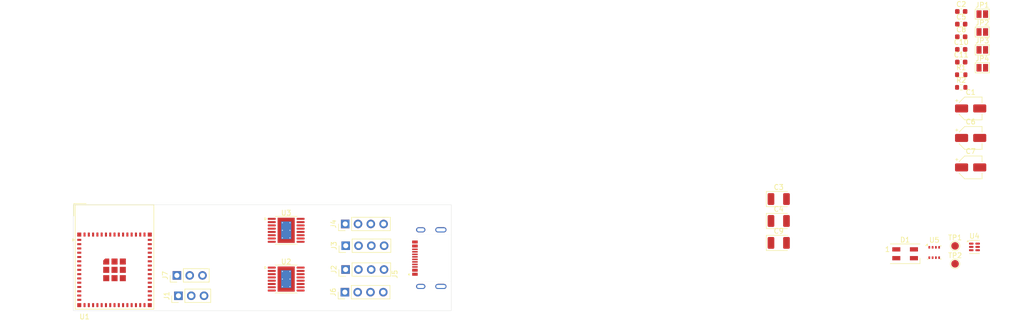
<source format=kicad_pcb>
(kicad_pcb
	(version 20240108)
	(generator "pcbnew")
	(generator_version "8.0")
	(general
		(thickness 1.6)
		(legacy_teardrops no)
	)
	(paper "A4")
	(layers
		(0 "F.Cu" signal)
		(31 "B.Cu" signal)
		(32 "B.Adhes" user "B.Adhesive")
		(33 "F.Adhes" user "F.Adhesive")
		(34 "B.Paste" user)
		(35 "F.Paste" user)
		(36 "B.SilkS" user "B.Silkscreen")
		(37 "F.SilkS" user "F.Silkscreen")
		(38 "B.Mask" user)
		(39 "F.Mask" user)
		(40 "Dwgs.User" user "User.Drawings")
		(41 "Cmts.User" user "User.Comments")
		(42 "Eco1.User" user "User.Eco1")
		(43 "Eco2.User" user "User.Eco2")
		(44 "Edge.Cuts" user)
		(45 "Margin" user)
		(46 "B.CrtYd" user "B.Courtyard")
		(47 "F.CrtYd" user "F.Courtyard")
		(48 "B.Fab" user)
		(49 "F.Fab" user)
		(50 "User.1" user)
		(51 "User.2" user)
		(52 "User.3" user)
		(53 "User.4" user)
		(54 "User.5" user)
		(55 "User.6" user)
		(56 "User.7" user)
		(57 "User.8" user)
		(58 "User.9" user)
	)
	(setup
		(pad_to_mask_clearance 0)
		(allow_soldermask_bridges_in_footprints no)
		(pcbplotparams
			(layerselection 0x00010fc_ffffffff)
			(plot_on_all_layers_selection 0x0000000_00000000)
			(disableapertmacros no)
			(usegerberextensions no)
			(usegerberattributes yes)
			(usegerberadvancedattributes yes)
			(creategerberjobfile yes)
			(dashed_line_dash_ratio 12.000000)
			(dashed_line_gap_ratio 3.000000)
			(svgprecision 4)
			(plotframeref no)
			(viasonmask no)
			(mode 1)
			(useauxorigin no)
			(hpglpennumber 1)
			(hpglpenspeed 20)
			(hpglpendiameter 15.000000)
			(pdf_front_fp_property_popups yes)
			(pdf_back_fp_property_popups yes)
			(dxfpolygonmode yes)
			(dxfimperialunits yes)
			(dxfusepcbnewfont yes)
			(psnegative no)
			(psa4output no)
			(plotreference yes)
			(plotvalue yes)
			(plotfptext yes)
			(plotinvisibletext no)
			(sketchpadsonfab no)
			(subtractmaskfromsilk no)
			(outputformat 1)
			(mirror no)
			(drillshape 1)
			(scaleselection 1)
			(outputdirectory "")
		)
	)
	(net 0 "")
	(net 1 "+5V")
	(net 2 "GND")
	(net 3 "Net-(U2-VCP)")
	(net 4 "Net-(U2-VINT)")
	(net 5 "Net-(U3-VINT)")
	(net 6 "Net-(U3-VCP)")
	(net 7 "+3V3")
	(net 8 "unconnected-(D1-DOUT-Pad1)")
	(net 9 "/LED_DATA")
	(net 10 "/END_1A")
	(net 11 "/END_1B")
	(net 12 "/3V3")
	(net 13 "/ENC_1B")
	(net 14 "/ENC_1A")
	(net 15 "/MOT2_OUT_2A")
	(net 16 "/MOT2_OUT_1B")
	(net 17 "/MOT2_OUT_2B")
	(net 18 "/MOT2_OUT_1A")
	(net 19 "/ENC_2B")
	(net 20 "/ENC_2A")
	(net 21 "Net-(J5-CC1)")
	(net 22 "/USB_N")
	(net 23 "/USB_P")
	(net 24 "Net-(J5-CC2)")
	(net 25 "/MOT1_OUT_1B")
	(net 26 "/MOT1_OUT_1A")
	(net 27 "/MOT1_OUT_2A")
	(net 28 "/MOT1_OUT_2B")
	(net 29 "/END_2A")
	(net 30 "/END_2B")
	(net 31 "/MOT1_CTLA1")
	(net 32 "/MOT1_CTLB1")
	(net 33 "/MOT1_CTLB2")
	(net 34 "/MOT1_CTLA2")
	(net 35 "/MOT2_CTLB1")
	(net 36 "/MOT2_CTLA1")
	(net 37 "/MOT2_CTLA2")
	(net 38 "/MOT2_CTLB2")
	(net 39 "Net-(U1-TXD0)")
	(net 40 "Net-(U1-RXD0)")
	(net 41 "unconnected-(U1-IO36-Pad32)")
	(net 42 "/SDA")
	(net 43 "unconnected-(U1-IO26-Pad26)")
	(net 44 "unconnected-(U1-IO40-Pad36)")
	(net 45 "unconnected-(U1-IO33-Pad28)")
	(net 46 "unconnected-(U1-IO45-Pad41)")
	(net 47 "/SCL")
	(net 48 "unconnected-(U1-IO35-Pad31)")
	(net 49 "unconnected-(U1-IO41-Pad37)")
	(net 50 "unconnected-(U1-IO48-Pad30)")
	(net 51 "unconnected-(U1-IO0-Pad4)")
	(net 52 "unconnected-(U1-IO34-Pad29)")
	(net 53 "unconnected-(U1-IO1-Pad5)")
	(net 54 "unconnected-(U1-IO39-Pad35)")
	(net 55 "unconnected-(U1-IO38-Pad34)")
	(net 56 "unconnected-(U1-IO47-Pad27)")
	(net 57 "unconnected-(U1-IO42-Pad38)")
	(net 58 "unconnected-(U1-IO37-Pad33)")
	(net 59 "unconnected-(U1-IO46-Pad44)")
	(net 60 "unconnected-(U2-~{FAULT}-Pad8)")
	(net 61 "unconnected-(U3-~{FAULT}-Pad8)")
	(net 62 "unconnected-(U4-INT-Pad2)")
	(net 63 "unconnected-(U4-NC-Pad4)")
	(net 64 "unconnected-(U5-SDO-Pad5)")
	(net 65 "unconnected-(J5-SBU1-PadA8)")
	(net 66 "unconnected-(J5-SBU2-PadB8)")
	(footprint "TestPoint:TestPoint_Pad_D1.5mm" (layer "F.Cu") (at 251.3463 75.6294))
	(footprint "Capacitor_SMD:C_0603_1608Metric" (layer "F.Cu") (at 252.5663 34.1294))
	(footprint "Capacitor_SMD:C_0603_1608Metric" (layer "F.Cu") (at 252.5663 36.6394))
	(footprint "Capacitor_Tantalum_SMD:CP_EIA-3528-21_Kemet-B" (layer "F.Cu") (at 216.3513 75.0294))
	(footprint "Jumper:SolderJumper-2_P1.3mm_Open_Pad1.0x1.5mm" (layer "F.Cu") (at 256.7463 33.1794))
	(footprint "Capacitor_SMD:C_0603_1608Metric" (layer "F.Cu") (at 252.5663 31.6194))
	(footprint "Connector_PinHeader_2.54mm:PinHeader_1x04_P2.54mm_Vertical" (layer "F.Cu") (at 130.429 75.5904 90))
	(footprint "OptoDevice:AMS_TSL25911FN" (layer "F.Cu") (at 255.1913 75.8294))
	(footprint "Capacitor_SMD:CP_Elec_4x5.4" (layer "F.Cu") (at 254.4363 54.1994))
	(footprint "Resistor_SMD:R_0603_1608Metric" (layer "F.Cu") (at 252.5663 44.1694))
	(footprint "Connector_PinHeader_2.54mm:PinHeader_1x04_P2.54mm_Vertical" (layer "F.Cu") (at 130.2612 84.8106 90))
	(footprint "Jumper:SolderJumper-2_P1.3mm_Open_Pad1.0x1.5mm" (layer "F.Cu") (at 256.7463 40.2794))
	(footprint "Capacitor_SMD:C_0603_1608Metric" (layer "F.Cu") (at 252.5663 39.1494))
	(footprint "Connector_PinHeader_2.54mm:PinHeader_1x04_P2.54mm_Vertical" (layer "F.Cu") (at 130.3274 71.2724 90))
	(footprint "Capacitor_Tantalum_SMD:CP_EIA-3528-21_Kemet-B" (layer "F.Cu") (at 216.3513 66.3294))
	(footprint "Capacitor_Tantalum_SMD:CP_EIA-3528-21_Kemet-B" (layer "F.Cu") (at 216.3513 70.6794))
	(footprint "RF_Module:ESP32-S2-MINI-1" (layer "F.Cu") (at 84.5484 77.8306))
	(footprint "Package_SO:HTSSOP-16-1EP_4.4x5mm_P0.65mm_EP3.4x5mm_Mask2.46x2.31mm_ThermalVias" (layer "F.Cu") (at 118.6103 72.5314))
	(footprint "Connector_PinHeader_2.54mm:PinHeader_1x03_P2.54mm_Vertical" (layer "F.Cu") (at 97.2312 85.5218 90))
	(footprint "Connector_USB:USB_C_Receptacle_Molex_21699" (layer "F.Cu") (at 149.3113 78.0542 90))
	(footprint "Package_SO:HTSSOP-16-1EP_4.4x5mm_P0.65mm_EP3.4x5mm_Mask2.46x2.31mm_ThermalVias" (layer "F.Cu") (at 118.6103 82.2088))
	(footprint "LED_SMD:LED_SK6812MINI_PLCC4_3.5x3.5mm_P1.75mm" (layer "F.Cu") (at 241.4313 77.1894))
	(footprint "Package_LGA:Bosch_LGA-8_2.5x2.5mm_P0.65mm_ClockwisePinNumbering" (layer "F.Cu") (at 247.2113 76.9344))
	(footprint "Capacitor_SMD:CP_Elec_4x5.4" (layer "F.Cu") (at 254.4363 48.3494))
	(footprint "Capacitor_SMD:C_0603_1608Metric" (layer "F.Cu") (at 252.5663 29.1094))
	(footprint "Resistor_SMD:R_0603_1608Metric" (layer "F.Cu") (at 252.5663 41.6594))
	(footprint "TestPoint:TestPoint_Pad_D1.5mm" (layer "F.Cu") (at 251.3463 79.1794))
	(footprint "Jumper:SolderJumper-2_P1.3mm_Open_Pad1.0x1.5mm"
		(layer "F.Cu")
		(uuid "ca2073b7-715c-4e0e-9a04-934c4933d082")
		(at 256.7463 36.7294)
		(descr "SMD Solder Jumper, 1x1.5mm Pads, 0.3mm gap, open")
		(tags "solder jumper open")
		(property "Reference" "JP3"
			(at 0 -1.8 0)
			(layer "F.SilkS")
			(uuid "067dabcb-a3dc-4c94-860b-392b96a323f9")
			(effects
				(font
					(size 1 1)
					(thickness 0.15)
				)
			)
		)
		(property "Value" "SolderJumper_2_Open"
			(at 0 1.9 0)
			(layer "F.Fab")
			(uuid "e07147fe-8971-4557-9e1a-b82e940a131c")
			(effects
				(font
					(size 1 1)
					(thickness 0.15)
				)
			)
		)
		(property "Footprint" "Jumper:SolderJumper-2_P1.3mm_Open_Pad1.0x1.5mm"
			(at 0 0 0)
			(unlocked yes)
			(layer "F.Fab")
			(hide yes)
			(uuid "18803efd-af98-4049-8771-a4946616e203")
			(effects
				(font
					(size 1.27 1.27)
				)
			)
		)
		(property "Datasheet" ""
			(at 0 0 0)
			(unlocked yes)
			(layer "F.Fab")
			(hide yes)
			(uuid "88fd3219-caab-4b1a-a89f-44c5d148e19e")
			(effects
				(font
					(size 1.27 1.27)
				)
			)
		)
		(property "Description" "Solder Jumper, 2-pole, open"
			(at 0 0 0)
			(
... [24804 chars truncated]
</source>
